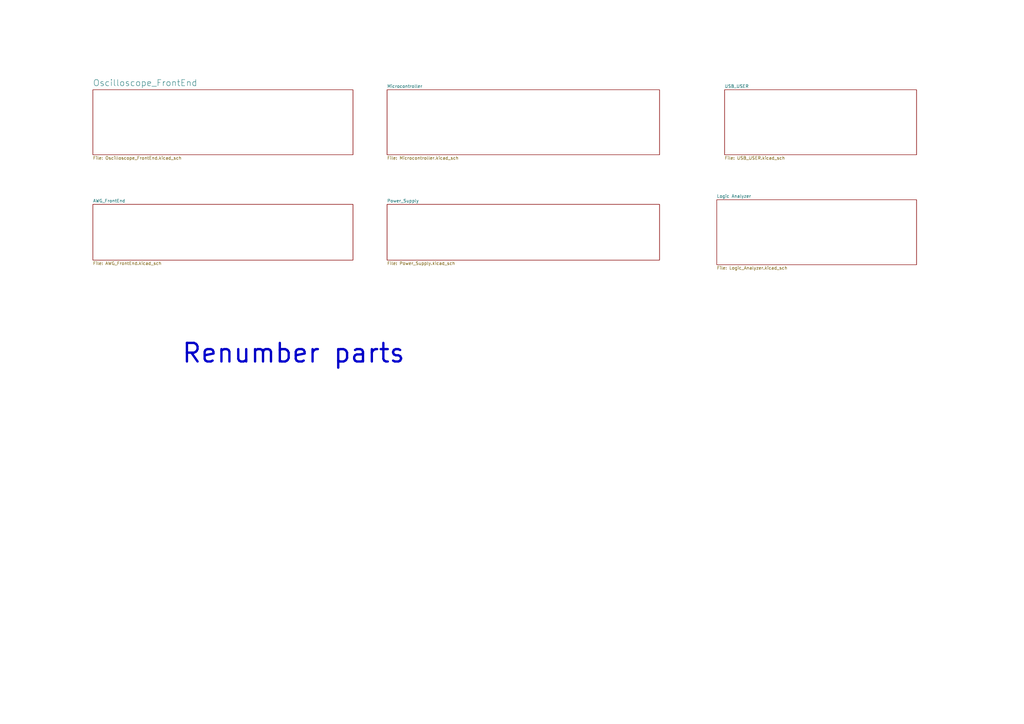
<source format=kicad_sch>
(kicad_sch
	(version 20250114)
	(generator "eeschema")
	(generator_version "9.0")
	(uuid "b5440f7d-90d5-417e-adc2-aa6b11e5424d")
	(paper "A3")
	(title_block
		(title "Affordable USB Multi-Function Lab Instrument")
		(rev "V0")
		(comment 1 "Senior Design Project")
	)
	(lib_symbols)
	(text "Renumber parts"
		(exclude_from_sim no)
		(at 120.396 145.034 0)
		(effects
			(font
				(size 7.62 7.62)
				(thickness 0.9525)
			)
		)
		(uuid "492f5976-e958-43a5-9c9e-1537169eef48")
	)
	(sheet
		(at 297.18 36.83)
		(size 78.74 26.67)
		(exclude_from_sim no)
		(in_bom yes)
		(on_board yes)
		(dnp no)
		(fields_autoplaced yes)
		(stroke
			(width 0.1524)
			(type solid)
		)
		(fill
			(color 0 0 0 0.0000)
		)
		(uuid "37e12e55-0596-42de-ac66-6f566cb1a838")
		(property "Sheetname" "USB_USER"
			(at 297.18 36.1184 0)
			(effects
				(font
					(size 1.27 1.27)
				)
				(justify left bottom)
			)
		)
		(property "Sheetfile" "USB_USER.kicad_sch"
			(at 297.18 64.0846 0)
			(effects
				(font
					(size 1.27 1.27)
				)
				(justify left top)
			)
		)
		(instances
			(project "USBLabTool"
				(path "/b5440f7d-90d5-417e-adc2-aa6b11e5424d"
					(page "6")
				)
			)
		)
	)
	(sheet
		(at 38.1 36.83)
		(size 106.68 26.67)
		(exclude_from_sim no)
		(in_bom yes)
		(on_board yes)
		(dnp no)
		(fields_autoplaced yes)
		(stroke
			(width 0.1524)
			(type solid)
		)
		(fill
			(color 0 0 0 0.0000)
		)
		(uuid "4269701b-4537-45be-98a2-a1633b405066")
		(property "Sheetname" "Oscilloscope_FrontEnd"
			(at 38.1 35.4834 0)
			(effects
				(font
					(size 2.54 2.54)
				)
				(justify left bottom)
			)
		)
		(property "Sheetfile" "Oscilloscope_FrontEnd.kicad_sch"
			(at 38.1 64.0846 0)
			(effects
				(font
					(size 1.27 1.27)
				)
				(justify left top)
			)
		)
		(instances
			(project "USBLabTool"
				(path "/b5440f7d-90d5-417e-adc2-aa6b11e5424d"
					(page "2")
				)
			)
		)
	)
	(sheet
		(at 38.1 83.82)
		(size 106.68 22.86)
		(exclude_from_sim no)
		(in_bom yes)
		(on_board yes)
		(dnp no)
		(fields_autoplaced yes)
		(stroke
			(width 0.1524)
			(type solid)
		)
		(fill
			(color 0 0 0 0.0000)
		)
		(uuid "51eab4b3-0b2f-418c-9f7c-59af443ff2ad")
		(property "Sheetname" "AWG_FrontEnd"
			(at 38.1 83.1084 0)
			(effects
				(font
					(size 1.27 1.27)
				)
				(justify left bottom)
			)
		)
		(property "Sheetfile" "AWG_FrontEnd.kicad_sch"
			(at 38.1 107.2646 0)
			(effects
				(font
					(size 1.27 1.27)
				)
				(justify left top)
			)
		)
		(instances
			(project "USBLabTool"
				(path "/b5440f7d-90d5-417e-adc2-aa6b11e5424d"
					(page "3")
				)
			)
		)
	)
	(sheet
		(at 158.75 36.83)
		(size 111.76 26.67)
		(exclude_from_sim no)
		(in_bom yes)
		(on_board yes)
		(dnp no)
		(fields_autoplaced yes)
		(stroke
			(width 0.1524)
			(type solid)
		)
		(fill
			(color 0 0 0 0.0000)
		)
		(uuid "829c33f0-6f08-4314-9594-5cabd02fe19e")
		(property "Sheetname" "Microcontroller"
			(at 158.75 36.1184 0)
			(effects
				(font
					(size 1.27 1.27)
				)
				(justify left bottom)
			)
		)
		(property "Sheetfile" "Microcontroller.kicad_sch"
			(at 158.75 64.0846 0)
			(effects
				(font
					(size 1.27 1.27)
				)
				(justify left top)
			)
		)
		(instances
			(project "USBLabTool"
				(path "/b5440f7d-90d5-417e-adc2-aa6b11e5424d"
					(page "4")
				)
			)
		)
	)
	(sheet
		(at 294.005 81.915)
		(size 81.915 26.67)
		(exclude_from_sim no)
		(in_bom yes)
		(on_board yes)
		(dnp no)
		(fields_autoplaced yes)
		(stroke
			(width 0.1524)
			(type solid)
		)
		(fill
			(color 0 0 0 0.0000)
		)
		(uuid "a25b8bd5-b6d2-402d-8b42-7856aa781e02")
		(property "Sheetname" "Logic Analyzer"
			(at 294.005 81.2034 0)
			(effects
				(font
					(size 1.27 1.27)
				)
				(justify left bottom)
			)
		)
		(property "Sheetfile" "Logic_Analyzer.kicad_sch"
			(at 294.005 109.1696 0)
			(effects
				(font
					(size 1.27 1.27)
				)
				(justify left top)
			)
		)
		(instances
			(project "USBLabTool"
				(path "/b5440f7d-90d5-417e-adc2-aa6b11e5424d"
					(page "7")
				)
			)
		)
	)
	(sheet
		(at 158.75 83.82)
		(size 111.76 22.86)
		(exclude_from_sim no)
		(in_bom yes)
		(on_board yes)
		(dnp no)
		(fields_autoplaced yes)
		(stroke
			(width 0.1524)
			(type solid)
		)
		(fill
			(color 0 0 0 0.0000)
		)
		(uuid "eb849fef-899c-46da-8ce0-ed0caaa370cf")
		(property "Sheetname" "Power_Supply"
			(at 158.75 83.1084 0)
			(effects
				(font
					(size 1.27 1.27)
				)
				(justify left bottom)
			)
		)
		(property "Sheetfile" "Power_Supply.kicad_sch"
			(at 158.75 107.2646 0)
			(effects
				(font
					(size 1.27 1.27)
				)
				(justify left top)
			)
		)
		(instances
			(project "USBLabTool"
				(path "/b5440f7d-90d5-417e-adc2-aa6b11e5424d"
					(page "5")
				)
			)
		)
	)
	(sheet_instances
		(path "/"
			(page "1")
		)
	)
	(embedded_fonts no)
)

</source>
